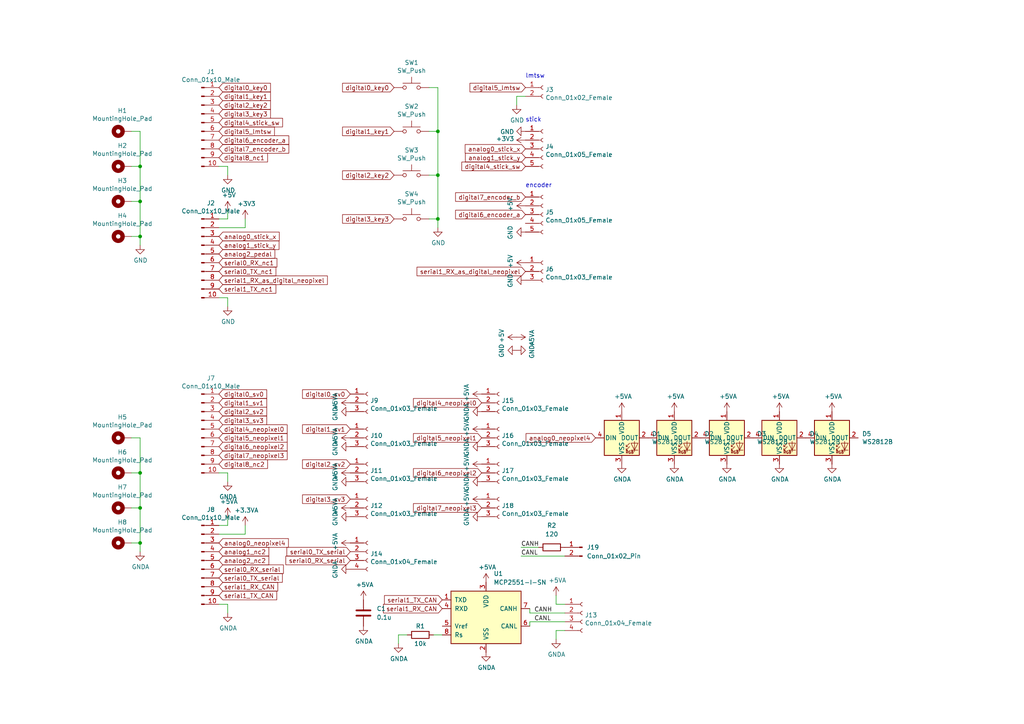
<source format=kicad_sch>
(kicad_sch (version 20230121) (generator eeschema)
  (paper "A4")
  (lib_symbols
    (symbol "Connector:Conn_01x02_Pin" (pin_names (offset 1.016) hide)
      (property "Reference" "J" (at 0 2.54 0))
      (property "Value" "Conn_01x02_Pin" (at 0 -5.08 0))
      (symbol "Conn_01x02_Pin_1_1"
        (polyline (pts (xy 1.27 -2.54) (xy 0.8636 -2.54)) (stroke (width 0.1524)))
        (polyline (pts (xy 1.27 0) (xy 0.8636 0)) (stroke (width 0.1524)))
        (rectangle (start 0.8636 -2.413) (end 0 -2.667) (stroke (width 0.1524)) (fill (type outline)))
        (rectangle (start 0.8636 0.127) (end 0 -0.127) (stroke (width 0.1524)) (fill (type outline)))
        (pin passive line (at 5.08 0 180) (length 3.81) (name "Pin_1") (number "1"))
        (pin passive line (at 5.08 -2.54 180) (length 3.81) (name "Pin_2") (number "2"))
      )
    )
    (symbol "Device:C" (pin_numbers hide) (pin_names (offset 0.254))
      (property "Reference" "C" (at 0.635 2.54 0))
      (property "Value" "C" (at 0.635 -2.54 0))
      (symbol "C_0_1"
        (polyline (pts (xy -2.032 -0.762) (xy 2.032 -0.762)) (stroke (width 0.508)))
        (polyline (pts (xy -2.032 0.762) (xy 2.032 0.762)) (stroke (width 0.508)))
      )
      (symbol "C_1_1"
        (pin passive line (at 0 3.81 270) (length 2.794) (name "~") (number "1"))
        (pin passive line (at 0 -3.81 90) (length 2.794) (name "~") (number "2"))
      )
    )
    (symbol "Device:R" (pin_numbers hide) (pin_names (offset 0))
      (property "Reference" "R" (at 2.032 0 90))
      (property "Value" "R" (at 0 0 90))
      (symbol "R_0_1"
        (rectangle (start -1.016 -2.54) (end 1.016 2.54) (stroke (width 0.254)))
      )
      (symbol "R_1_1"
        (pin passive line (at 0 3.81 270) (length 1.27) (name "~") (number "1"))
        (pin passive line (at 0 -3.81 90) (length 1.27) (name "~") (number "2"))
      )
    )
    (symbol "Interface_CAN_LIN:MCP2551-I-SN" (pin_names (offset 1.016))
      (property "Reference" "U" (at -10.16 8.89 0))
      (property "Value" "MCP2551-I-SN" (at 2.54 8.89 0))
      (symbol "MCP2551-I-SN_0_1"
        (rectangle (start -10.16 7.62) (end 10.16 -7.62) (stroke (width 0.254)) (fill (type background)))
      )
      (symbol "MCP2551-I-SN_1_1"
        (pin input line (at -12.7 5.08 0) (length 2.54) (name "TXD") (number "1"))
        (pin power_in line (at 0 -10.16 90) (length 2.54) (name "VSS") (number "2"))
        (pin power_in line (at 0 10.16 270) (length 2.54) (name "VDD") (number "3"))
        (pin output line (at -12.7 2.54 0) (length 2.54) (name "RXD") (number "4"))
        (pin power_out line (at -12.7 -2.54 0) (length 2.54) (name "Vref") (number "5"))
        (pin bidirectional line (at 12.7 -2.54 180) (length 2.54) (name "CANL") (number "6"))
        (pin bidirectional line (at 12.7 2.54 180) (length 2.54) (name "CANH") (number "7"))
        (pin input line (at -12.7 -5.08 0) (length 2.54) (name "Rs") (number "8"))
      )
    )
    (symbol "LED:WS2812B" (pin_names (offset 0.254))
      (property "Reference" "D" (at 5.08 5.715 0))
      (property "Value" "WS2812B" (at 1.27 -5.715 0))
      (symbol "WS2812B_0_0"
        (text "RGB" (at 2.286 -4.191 0) (effects (font (size 0.762 0.762))))
      )
      (symbol "WS2812B_0_1"
        (polyline (pts (xy 1.27 -3.556) (xy 1.778 -3.556)))
        (polyline (pts (xy 1.27 -2.54) (xy 1.778 -2.54)))
        (polyline (pts (xy 4.699 -3.556) (xy 2.667 -3.556)))
        (polyline (pts (xy 2.286 -2.54) (xy 1.27 -3.556) (xy 1.27 -3.048)))
        (polyline (pts (xy 2.286 -1.524) (xy 1.27 -2.54) (xy 1.27 -2.032)))
        (polyline (pts (xy 3.683 -1.016) (xy 3.683 -3.556) (xy 3.683 -4.064)))
        (polyline (pts (xy 4.699 -1.524) (xy 2.667 -1.524) (xy 3.683 -3.556) (xy 4.699 -1.524)))
        (rectangle (start 5.08 5.08) (end -5.08 -5.08) (stroke (width 0.254)) (fill (type background)))
      )
      (symbol "WS2812B_1_1"
        (pin power_in line (at 0 7.62 270) (length 2.54) (name "VDD") (number "1"))
        (pin output line (at 7.62 0 180) (length 2.54) (name "DOUT") (number "2"))
        (pin power_in line (at 0 -7.62 90) (length 2.54) (name "VSS") (number "3"))
        (pin input line (at -7.62 0 0) (length 2.54) (name "DIN") (number "4"))
      )
    )
    (symbol "Mechanical:MountingHole_Pad" (pin_numbers hide) (pin_names (offset 1.016) hide)
      (property "Reference" "H" (at 0 6.35 0))
      (property "Value" "MountingHole_Pad" (at 0 4.445 0))
      (symbol "MountingHole_Pad_0_1"
        (circle (center 0 1.27) (radius 1.27) (stroke (width 1.27)))
      )
      (symbol "MountingHole_Pad_1_1"
        (pin input line (at 0 -2.54 90) (length 2.54) (name "1") (number "1"))
      )
    )
    (symbol "Switch:SW_Push" (pin_numbers hide) (pin_names (offset 1.016) hide)
      (property "Reference" "SW" (at 1.27 2.54 0))
      (property "Value" "SW_Push" (at 0 -1.524 0))
      (symbol "SW_Push_0_1"
        (circle (center -2.032 0) (radius 0.508))
        (polyline (pts (xy 0 1.27) (xy 0 3.048)))
        (polyline (pts (xy 2.54 1.27) (xy -2.54 1.27)))
        (circle (center 2.032 0) (radius 0.508))
        (pin passive line (at -5.08 0 0) (length 2.54) (name "1") (number "1"))
        (pin passive line (at 5.08 0 180) (length 2.54) (name "2") (number "2"))
      )
    )
    (symbol "control_interface_boad_2021-2-rescue:+3.3V-power" (power) (pin_names (offset 0))
      (property "Value" "+3.3V-power" (at 0 3.556 0))
      (symbol "+3.3V-power_0_1"
        (polyline (pts (xy -0.762 1.27) (xy 0 2.54)))
        (polyline (pts (xy 0 0) (xy 0 2.54)))
        (polyline (pts (xy 0 2.54) (xy 0.762 1.27)))
      )
      (symbol "+3.3V-power_1_1"
        (pin power_in line (at 0 0 90) (length 0) hide (name "+3V3") (number "1"))
      )
    )
    (symbol "control_interface_boad_2021-2-rescue:Conn_01x02_Female-Connector" (pin_names (offset 1.016) hide)
      (property "Reference" "J" (at 0 2.54 0))
      (property "Value" "Connector_Conn_01x02_Female" (at 0 -5.08 0))
      (symbol "Conn_01x02_Female-Connector_1_1"
        (arc (start 0 -2.032) (mid -0.5058 -2.54) (end 0 -3.048) (stroke (width 0.1524)))
        (polyline (pts (xy -1.27 -2.54) (xy -0.508 -2.54)) (stroke (width 0.1524)))
        (polyline (pts (xy -1.27 0) (xy -0.508 0)) (stroke (width 0.1524)))
        (arc (start 0 0.508) (mid -0.5058 0) (end 0 -0.508) (stroke (width 0.1524)))
        (pin passive line (at -5.08 0 0) (length 3.81) (name "Pin_1") (number "1"))
        (pin passive line (at -5.08 -2.54 0) (length 3.81) (name "Pin_2") (number "2"))
      )
    )
    (symbol "control_interface_boad_2021-2-rescue:Conn_01x03_Female-Connector" (pin_names (offset 1.016) hide)
      (property "Reference" "J" (at 0 5.08 0))
      (property "Value" "Connector_Conn_01x03_Female" (at 0 -5.08 0))
      (symbol "Conn_01x03_Female-Connector_1_1"
        (arc (start 0 -2.032) (mid -0.5058 -2.54) (end 0 -3.048) (stroke (width 0.1524)))
        (polyline (pts (xy -1.27 -2.54) (xy -0.508 -2.54)) (stroke (width 0.1524)))
        (polyline (pts (xy -1.27 0) (xy -0.508 0)) (stroke (width 0.1524)))
        (polyline (pts (xy -1.27 2.54) (xy -0.508 2.54)) (stroke (width 0.1524)))
        (arc (start 0 0.508) (mid -0.5058 0) (end 0 -0.508) (stroke (width 0.1524)))
        (arc (start 0 3.048) (mid -0.5058 2.54) (end 0 2.032) (stroke (width 0.1524)))
        (pin passive line (at -5.08 2.54 0) (length 3.81) (name "Pin_1") (number "1"))
        (pin passive line (at -5.08 0 0) (length 3.81) (name "Pin_2") (number "2"))
        (pin passive line (at -5.08 -2.54 0) (length 3.81) (name "Pin_3") (number "3"))
      )
    )
    (symbol "control_interface_boad_2021-2-rescue:Conn_01x04_Female-Connector" (pin_names (offset 1.016) hide)
      (property "Reference" "J" (at 0 5.08 0))
      (property "Value" "Connector_Conn_01x04_Female" (at 0 -7.62 0))
      (symbol "Conn_01x04_Female-Connector_1_1"
        (arc (start 0 -4.572) (mid -0.5058 -5.08) (end 0 -5.588) (stroke (width 0.1524)))
        (arc (start 0 -2.032) (mid -0.5058 -2.54) (end 0 -3.048) (stroke (width 0.1524)))
        (polyline (pts (xy -1.27 -5.08) (xy -0.508 -5.08)) (stroke (width 0.1524)))
        (polyline (pts (xy -1.27 -2.54) (xy -0.508 -2.54)) (stroke (width 0.1524)))
        (polyline (pts (xy -1.27 0) (xy -0.508 0)) (stroke (width 0.1524)))
        (polyline (pts (xy -1.27 2.54) (xy -0.508 2.54)) (stroke (width 0.1524)))
        (arc (start 0 0.508) (mid -0.5058 0) (end 0 -0.508) (stroke (width 0.1524)))
        (arc (start 0 3.048) (mid -0.5058 2.54) (end 0 2.032) (stroke (width 0.1524)))
        (pin passive line (at -5.08 2.54 0) (length 3.81) (name "Pin_1") (number "1"))
        (pin passive line (at -5.08 0 0) (length 3.81) (name "Pin_2") (number "2"))
        (pin passive line (at -5.08 -2.54 0) (length 3.81) (name "Pin_3") (number "3"))
        (pin passive line (at -5.08 -5.08 0) (length 3.81) (name "Pin_4") (number "4"))
      )
    )
    (symbol "control_interface_boad_2021-2-rescue:Conn_01x05_Female-Connector" (pin_names (offset 1.016) hide)
      (property "Reference" "J" (at 0 7.62 0))
      (property "Value" "Connector_Conn_01x05_Female" (at 0 -7.62 0))
      (symbol "Conn_01x05_Female-Connector_1_1"
        (arc (start 0 -4.572) (mid -0.5058 -5.08) (end 0 -5.588) (stroke (width 0.1524)))
        (arc (start 0 -2.032) (mid -0.5058 -2.54) (end 0 -3.048) (stroke (width 0.1524)))
        (polyline (pts (xy -1.27 -5.08) (xy -0.508 -5.08)) (stroke (width 0.1524)))
        (polyline (pts (xy -1.27 -2.54) (xy -0.508 -2.54)) (stroke (width 0.1524)))
        (polyline (pts (xy -1.27 0) (xy -0.508 0)) (stroke (width 0.1524)))
        (polyline (pts (xy -1.27 2.54) (xy -0.508 2.54)) (stroke (width 0.1524)))
        (polyline (pts (xy -1.27 5.08) (xy -0.508 5.08)) (stroke (width 0.1524)))
        (arc (start 0 0.508) (mid -0.5058 0) (end 0 -0.508) (stroke (width 0.1524)))
        (arc (start 0 3.048) (mid -0.5058 2.54) (end 0 2.032) (stroke (width 0.1524)))
        (arc (start 0 5.588) (mid -0.5058 5.08) (end 0 4.572) (stroke (width 0.1524)))
        (pin passive line (at -5.08 5.08 0) (length 3.81) (name "Pin_1") (number "1"))
        (pin passive line (at -5.08 2.54 0) (length 3.81) (name "Pin_2") (number "2"))
        (pin passive line (at -5.08 0 0) (length 3.81) (name "Pin_3") (number "3"))
        (pin passive line (at -5.08 -2.54 0) (length 3.81) (name "Pin_4") (number "4"))
        (pin passive line (at -5.08 -5.08 0) (length 3.81) (name "Pin_5") (number "5"))
      )
    )
    (symbol "control_interface_boad_2021-2-rescue:Conn_01x10_Male-Connector" (pin_names (offset 1.016) hide)
      (property "Reference" "J" (at 0 12.7 0))
      (property "Value" "Connector_Conn_01x10_Male" (at 0 -15.24 0))
      (symbol "Conn_01x10_Male-Connector_1_1"
        (polyline (pts (xy 1.27 -12.7) (xy 0.8636 -12.7)) (stroke (width 0.1524)))
        (polyline (pts (xy 1.27 -10.16) (xy 0.8636 -10.16)) (stroke (width 0.1524)))
        (polyline (pts (xy 1.27 -7.62) (xy 0.8636 -7.62)) (stroke (width 0.1524)))
        (polyline (pts (xy 1.27 -5.08) (xy 0.8636 -5.08)) (stroke (width 0.1524)))
        (polyline (pts (xy 1.27 -2.54) (xy 0.8636 -2.54)) (stroke (width 0.1524)))
        (polyline (pts (xy 1.27 0) (xy 0.8636 0)) (stroke (width 0.1524)))
        (polyline (pts (xy 1.27 2.54) (xy 0.8636 2.54)) (stroke (width 0.1524)))
        (polyline (pts (xy 1.27 5.08) (xy 0.8636 5.08)) (stroke (width 0.1524)))
        (polyline (pts (xy 1.27 7.62) (xy 0.8636 7.62)) (stroke (width 0.1524)))
        (polyline (pts (xy 1.27 10.16) (xy 0.8636 10.16)) (stroke (width 0.1524)))
        (rectangle (start 0.8636 -12.573) (end 0 -12.827) (stroke (width 0.1524)) (fill (type outline)))
        (rectangle (start 0.8636 -10.033) (end 0 -10.287) (stroke (width 0.1524)) (fill (type outline)))
        (rectangle (start 0.8636 -7.493) (end 0 -7.747) (stroke (width 0.1524)) (fill (type outline)))
        (rectangle (start 0.8636 -4.953) (end 0 -5.207) (stroke (width 0.1524)) (fill (type outline)))
        (rectangle (start 0.8636 -2.413) (end 0 -2.667) (stroke (width 0.1524)) (fill (type outline)))
        (rectangle (start 0.8636 0.127) (end 0 -0.127) (stroke (width 0.1524)) (fill (type outline)))
        (rectangle (start 0.8636 2.667) (end 0 2.413) (stroke (width 0.1524)) (fill (type outline)))
        (rectangle (start 0.8636 5.207) (end 0 4.953) (stroke (width 0.1524)) (fill (type outline)))
        (rectangle (start 0.8636 7.747) (end 0 7.493) (stroke (width 0.1524)) (fill (type outline)))
        (rectangle (start 0.8636 10.287) (end 0 10.033) (stroke (width 0.1524)) (fill (type outline)))
        (pin passive line (at 5.08 10.16 180) (length 3.81) (name "Pin_1") (number "1"))
        (pin passive line (at 5.08 -12.7 180) (length 3.81) (name "Pin_10") (number "10"))
        (pin passive line (at 5.08 7.62 180) (length 3.81) (name "Pin_2") (number "2"))
        (pin passive line (at 5.08 5.08 180) (length 3.81) (name "Pin_3") (number "3"))
        (pin passive line (at 5.08 2.54 180) (length 3.81) (name "Pin_4") (number "4"))
        (pin passive line (at 5.08 0 180) (length 3.81) (name "Pin_5") (number "5"))
        (pin passive line (at 5.08 -2.54 180) (length 3.81) (name "Pin_6") (number "6"))
        (pin passive line (at 5.08 -5.08 180) (length 3.81) (name "Pin_7") (number "7"))
        (pin passive line (at 5.08 -7.62 180) (length 3.81) (name "Pin_8") (number "8"))
        (pin passive line (at 5.08 -10.16 180) (length 3.81) (name "Pin_9") (number "9"))
      )
    )
    (symbol "power:+3.3VA" (power) (pin_names (offset 0))
      (property "Value" "+3.3VA" (at 0 3.556 0))
      (symbol "+3.3VA_0_1"
        (polyline (pts (xy -0.762 1.27) (xy 0 2.54)))
        (polyline (pts (xy 0 0) (xy 0 2.54)))
        (polyline (pts (xy 0 2.54) (xy 0.762 1.27)))
      )
      (symbol "+3.3VA_1_1"
        (pin power_in line (at 0 0 90) (length 0) hide (name "+3.3VA") (number "1"))
      )
    )
    (symbol "power:+5V" (power) (pin_names (offset 0))
      (property "Value" "+5V" (at 0 3.556 0))
      (symbol "+5V_0_1"
        (polyline (pts (xy -0.762 1.27) (xy 0 2.54)))
        (polyline (pts (xy 0 0) (xy 0 2.54)))
        (polyline (pts (xy 0 2.54) (xy 0.762 1.27)))
      )
      (symbol "+5V_1_1"
        (pin power_in line (at 0 0 90) (length 0) hide (name "+5V") (number "1"))
      )
    )
    (symbol "power:+5VA" (power) (pin_names (offset 0))
      (property "Value" "+5VA" (at 0 3.556 0))
      (symbol "+5VA_0_1"
        (polyline (pts (xy -0.762 1.27) (xy 0 2.54)))
        (polyline (pts (xy 0 0) (xy 0 2.54)))
        (polyline (pts (xy 0 2.54) (xy 0.762 1.27)))
      )
      (symbol "+5VA_1_1"
        (pin power_in line (at 0 0 90) (length 0) hide (name "+5VA") (number "1"))
      )
    )
    (symbol "power:GND" (power) (pin_names (offset 0))
      (property "Value" "GND" (at 0 -3.81 0))
      (symbol "GND_0_1"
        (polyline (pts (xy 0 0) (xy 0 -1.27) (xy 1.27 -1.27) (xy 0 -2.54) (xy -1.27 -1.27) (xy 0 -1.27)))
      )
      (symbol "GND_1_1"
        (pin power_in line (at 0 0 270) (length 0) hide (name "GND") (number "1"))
      )
    )
    (symbol "power:GNDA" (power) (pin_names (offset 0))
      (property "Value" "GNDA" (at 0 -3.81 0))
      (symbol "GNDA_0_1"
        (polyline (pts (xy 0 0) (xy 0 -1.27) (xy 1.27 -1.27) (xy 0 -2.54) (xy -1.27 -1.27) (xy 0 -1.27)))
      )
      (symbol "GNDA_1_1"
        (pin power_in line (at 0 0 270) (length 0) hide (name "GNDA") (number "1"))
      )
    )
  )
  (junction (at 40.64 48.26))
  (junction (at 127 63.5))
  (junction (at 40.64 147.32))
  (junction (at 40.64 157.48))
  (junction (at 40.64 68.58))
  (junction (at 40.64 58.42))
  (junction (at 40.64 137.16))
  (junction (at 127 50.8))
  (junction (at 127 38.1))
  (wire (pts (xy 127 63.5) (xy 127 66.04)))
  (wire (pts (xy 38.1 127) (xy 40.64 127)))
  (wire (pts (xy 40.64 68.58) (xy 38.1 68.58)))
  (wire (pts (xy 63.5 48.26) (xy 66.04 48.26)))
  (wire (pts (xy 124.46 25.4) (xy 127 25.4)))
  (wire (pts (xy 40.64 68.58) (xy 40.64 71.12)))
  (wire (pts (xy 127 38.1) (xy 127 50.8)))
  (wire (pts (xy 153.67 177.8) (xy 163.83 177.8)))
  (wire (pts (xy 63.5 66.04) (xy 71.12 66.04)))
  (wire (pts (xy 127 25.4) (xy 127 38.1)))
  (wire (pts (xy 40.64 38.1) (xy 40.64 48.26)))
  (wire (pts (xy 66.04 48.26) (xy 66.04 50.8)))
  (wire (pts (xy 40.64 137.16) (xy 38.1 137.16)))
  (wire (pts (xy 124.46 50.8) (xy 127 50.8)))
  (wire (pts (xy 151.13 161.29) (xy 163.83 161.29)))
  (wire (pts (xy 115.57 184.15) (xy 118.11 184.15)))
  (wire (pts (xy 125.73 184.15) (xy 128.27 184.15)))
  (wire (pts (xy 153.67 180.34) (xy 153.67 181.61)))
  (wire (pts (xy 40.64 127) (xy 40.64 137.16)))
  (wire (pts (xy 124.46 38.1) (xy 127 38.1)))
  (wire (pts (xy 71.12 154.94) (xy 71.12 152.4)))
  (wire (pts (xy 40.64 157.48) (xy 38.1 157.48)))
  (wire (pts (xy 38.1 147.32) (xy 40.64 147.32)))
  (wire (pts (xy 63.5 154.94) (xy 71.12 154.94)))
  (wire (pts (xy 152.4 27.94) (xy 149.86 27.94)))
  (wire (pts (xy 66.04 86.36) (xy 66.04 88.9)))
  (wire (pts (xy 40.64 147.32) (xy 40.64 157.48)))
  (wire (pts (xy 40.64 48.26) (xy 38.1 48.26)))
  (wire (pts (xy 40.64 58.42) (xy 40.64 68.58)))
  (wire (pts (xy 161.29 172.72) (xy 161.29 175.26)))
  (wire (pts (xy 63.5 63.5) (xy 66.04 63.5)))
  (wire (pts (xy 38.1 38.1) (xy 40.64 38.1)))
  (wire (pts (xy 163.83 180.34) (xy 153.67 180.34)))
  (wire (pts (xy 153.67 176.53) (xy 153.67 177.8)))
  (wire (pts (xy 151.13 158.75) (xy 156.21 158.75)))
  (wire (pts (xy 66.04 137.16) (xy 66.04 139.7)))
  (wire (pts (xy 40.64 157.48) (xy 40.64 160.02)))
  (wire (pts (xy 161.29 185.42) (xy 161.29 182.88)))
  (wire (pts (xy 66.04 63.5) (xy 66.04 60.96)))
  (wire (pts (xy 71.12 66.04) (xy 71.12 63.5)))
  (wire (pts (xy 40.64 137.16) (xy 40.64 147.32)))
  (wire (pts (xy 63.5 175.26) (xy 66.04 175.26)))
  (wire (pts (xy 38.1 58.42) (xy 40.64 58.42)))
  (wire (pts (xy 40.64 48.26) (xy 40.64 58.42)))
  (wire (pts (xy 63.5 152.4) (xy 66.04 152.4)))
  (wire (pts (xy 66.04 175.26) (xy 66.04 177.8)))
  (wire (pts (xy 149.86 27.94) (xy 149.86 30.48)))
  (wire (pts (xy 63.5 86.36) (xy 66.04 86.36)))
  (wire (pts (xy 127 50.8) (xy 127 63.5)))
  (wire (pts (xy 161.29 175.26) (xy 163.83 175.26)))
  (wire (pts (xy 63.5 137.16) (xy 66.04 137.16)))
  (wire (pts (xy 115.57 186.69) (xy 115.57 184.15)))
  (wire (pts (xy 161.29 182.88) (xy 163.83 182.88)))
  (wire (pts (xy 66.04 152.4) (xy 66.04 149.86)))
  (wire (pts (xy 124.46 63.5) (xy 127 63.5)))
  (text "stick" (at 152.4 35.56 0) (effects (font (size 1.27 1.27)) (justify left bottom)))
  (text "lmtsw" (at 152.4 22.86 0) (effects (font (size 1.27 1.27)) (justify left bottom)))
  (text "encoder" (at 152.4 54.61 0) (effects (font (size 1.27 1.27)) (justify left bottom)))
  (label "CANL" (at 154.94 180.34 0))
  (label "CANH" (at 154.94 177.8 0))
  (label "CANL" (at 151.13 161.29 0))
  (label "CANH" (at 151.13 158.75 0))
  (global_label "digital0_sv0" (shape input) (at 63.5 114.3 0) (property "Intersheetrefs" "${INTERSHEET_REFS}" (effects hide)))
  (global_label "serial1_TX_nc1" (shape input) (at 63.5 83.82 0) (property "Intersheetrefs" "${INTERSHEET_REFS}" (effects hide)))
  (global_label "serial1_RX_CAN" (shape input) (at 63.5 170.18 0) (property "Intersheetrefs" "${INTERSHEET_REFS}" (effects hide)))
  (global_label "digital2_sv2" (shape input) (at 101.6 134.62 180) (property "Intersheetrefs" "${INTERSHEET_REFS}" (effects hide)))
  (global_label "digital5_lmtsw" (shape input) (at 63.5 38.1 0) (property "Intersheetrefs" "${INTERSHEET_REFS}" (effects hide)))
  (global_label "digital4_neopixel0" (shape input) (at 139.7 116.84 180) (property "Intersheetrefs" "${INTERSHEET_REFS}" (effects hide)))
  (global_label "serial1_TX_CAN" (shape input) (at 63.5 172.72 0) (property "Intersheetrefs" "${INTERSHEET_REFS}" (effects hide)))
  (global_label "digital5_neopixel1" (shape input) (at 63.5 127 0) (property "Intersheetrefs" "${INTERSHEET_REFS}" (effects hide)))
  (global_label "analog2_pedal" (shape input) (at 63.5 73.66 0) (property "Intersheetrefs" "${INTERSHEET_REFS}" (effects hide)))
  (global_label "digital5_lmtsw" (shape input) (at 152.4 25.4 180) (property "Intersheetrefs" "${INTERSHEET_REFS}" (effects hide)))
  (global_label "digital3_key3" (shape input) (at 114.3 63.5 180) (property "Intersheetrefs" "${INTERSHEET_REFS}" (effects hide)))
  (global_label "digital1_sv1" (shape input) (at 63.5 116.84 0) (property "Intersheetrefs" "${INTERSHEET_REFS}" (effects hide)))
  (global_label "digital1_key1" (shape input) (at 114.3 38.1 180) (property "Intersheetrefs" "${INTERSHEET_REFS}" (effects hide)))
  (global_label "serial0_TX_serial" (shape input) (at 63.5 167.64 0) (property "Intersheetrefs" "${INTERSHEET_REFS}" (effects hide)))
  (global_label "digital2_key2" (shape input) (at 63.5 30.48 0) (property "Intersheetrefs" "${INTERSHEET_REFS}" (effects hide)))
  (global_label "serial0_RX_nc1" (shape input) (at 63.5 76.2 0) (property "Intersheetrefs" "${INTERSHEET_REFS}" (effects hide)))
  (global_label "analog1_nc2" (shape input) (at 63.5 160.02 0) (property "Intersheetrefs" "${INTERSHEET_REFS}" (effects hide)))
  (global_label "digital7_neopixel3" (shape input) (at 63.5 132.08 0) (property "Intersheetrefs" "${INTERSHEET_REFS}" (effects hide)))
  (global_label "digital3_key3" (shape input) (at 63.5 33.02 0) (property "Intersheetrefs" "${INTERSHEET_REFS}" (effects hide)))
  (global_label "analog0_stick_x" (shape input) (at 152.4 43.18 180) (property "Intersheetrefs" "${INTERSHEET_REFS}" (effects hide)))
  (global_label "digital3_sv3" (shape input) (at 63.5 121.92 0) (property "Intersheetrefs" "${INTERSHEET_REFS}" (effects hide)))
  (global_label "serial0_TX_nc1" (shape input) (at 63.5 78.74 0) (property "Intersheetrefs" "${INTERSHEET_REFS}" (effects hide)))
  (global_label "analog1_stick_y" (shape input) (at 152.4 45.72 180) (property "Intersheetrefs" "${INTERSHEET_REFS}" (effects hide)))
  (global_label "serial0_RX_serial" (shape input) (at 63.5 165.1 0) (property "Intersheetrefs" "${INTERSHEET_REFS}" (effects hide)))
  (global_label "digital6_encoder_a" (shape input) (at 152.4 62.23 180) (property "Intersheetrefs" "${INTERSHEET_REFS}" (effects hide)))
  (global_label "digital0_key0" (shape input) (at 114.3 25.4 180) (property "Intersheetrefs" "${INTERSHEET_REFS}" (effects hide)))
  (global_label "digital7_neopixel3" (shape input) (at 139.7 147.32 180) (property "Intersheetrefs" "${INTERSHEET_REFS}" (effects hide)))
  (global_label "digital2_sv2" (shape input) (at 63.5 119.38 0) (property "Intersheetrefs" "${INTERSHEET_REFS}" (effects hide)))
  (global_label "analog2_nc2" (shape input) (at 63.5 162.56 0) (property "Intersheetrefs" "${INTERSHEET_REFS}" (effects hide)))
  (global_label "serial1_RX_as_digital_neopixel" (shape input) (at 63.5 81.28 0) (property "Intersheetrefs" "${INTERSHEET_REFS}" (effects hide)))
  (global_label "digital2_key2" (shape input) (at 114.3 50.8 180) (property "Intersheetrefs" "${INTERSHEET_REFS}" (effects hide)))
  (global_label "serial1_RX_as_digital_neopixel" (shape input) (at 152.4 78.74 180) (property "Intersheetrefs" "${INTERSHEET_REFS}" (effects hide)))
  (global_label "serial0_RX_serial" (shape input) (at 101.6 162.56 180) (property "Intersheetrefs" "${INTERSHEET_REFS}" (effects hide)))
  (global_label "analog1_stick_y" (shape input) (at 63.5 71.12 0) (property "Intersheetrefs" "${INTERSHEET_REFS}" (effects hide)))
  (global_label "digital6_encoder_a" (shape input) (at 63.5 40.64 0) (property "Intersheetrefs" "${INTERSHEET_REFS}" (effects hide)))
  (global_label "digital1_key1" (shape input) (at 63.5 27.94 0) (property "Intersheetrefs" "${INTERSHEET_REFS}" (effects hide)))
  (global_label "serial1_RX_CAN" (shape input) (at 128.27 176.53 180) (property "Intersheetrefs" "${INTERSHEET_REFS}" (effects hide)))
  (global_label "digital5_neopixel1" (shape input) (at 139.7 127 180) (property "Intersheetrefs" "${INTERSHEET_REFS}" (effects hide)))
  (global_label "digital6_neopixel2" (shape input) (at 139.7 137.16 180) (property "Intersheetrefs" "${INTERSHEET_REFS}" (effects hide)))
  (global_label "digital4_neopixel0" (shape input) (at 63.5 124.46 0) (property "Intersheetrefs" "${INTERSHEET_REFS}" (effects hide)))
  (global_label "analog0_neopixel4" (shape input) (at 172.72 127 180) (property "Intersheetrefs" "${INTERSHEET_REFS}" (effects hide)))
  (global_label "serial1_TX_CAN" (shape input) (at 128.27 173.99 180) (property "Intersheetrefs" "${INTERSHEET_REFS}" (effects hide)))
  (global_label "digital1_sv1" (shape input) (at 101.6 124.46 180) (property "Intersheetrefs" "${INTERSHEET_REFS}" (effects hide)))
  (global_label "digital3_sv3" (shape input) (at 101.6 144.78 180) (property "Intersheetrefs" "${INTERSHEET_REFS}" (effects hide)))
  (global_label "digital4_stick_sw" (shape input) (at 152.4 48.26 180) (property "Intersheetrefs" "${INTERSHEET_REFS}" (effects hide)))
  (global_label "digital0_sv0" (shape input) (at 101.6 114.3 180) (property "Intersheetrefs" "${INTERSHEET_REFS}" (effects hide)))
  (global_label "serial0_TX_serial" (shape input) (at 101.6 160.02 180) (property "Intersheetrefs" "${INTERSHEET_REFS}" (effects hide)))
  (global_label "digital8_nc1" (shape input) (at 63.5 45.72 0) (property "Intersheetrefs" "${INTERSHEET_REFS}" (effects hide)))
  (global_label "digital7_encoder_b" (shape input) (at 152.4 57.15 180) (property "Intersheetrefs" "${INTERSHEET_REFS}" (effects hide)))
  (global_label "digital0_key0" (shape input) (at 63.5 25.4 0) (property "Intersheetrefs" "${INTERSHEET_REFS}" (effects hide)))
  (global_label "analog0_neopixel4" (shape input) (at 63.5 157.48 0) (property "Intersheetrefs" "${INTERSHEET_REFS}" (effects hide)))
  (global_label "digital8_nc2" (shape input) (at 63.5 134.62 0) (property "Intersheetrefs" "${INTERSHEET_REFS}" (effects hide)))
  (global_label "digital7_encoder_b" (shape input) (at 63.5 43.18 0) (property "Intersheetrefs" "${INTERSHEET_REFS}" (effects hide)))
  (global_label "digital6_neopixel2" (shape input) (at 63.5 129.54 0) (property "Intersheetrefs" "${INTERSHEET_REFS}" (effects hide)))
  (global_label "digital4_stick_sw" (shape input) (at 63.5 35.56 0) (property "Intersheetrefs" "${INTERSHEET_REFS}" (effects hide)))
  (global_label "analog0_stick_x" (shape input) (at 63.5 68.58 0) (property "Intersheetrefs" "${INTERSHEET_REFS}" (effects hide)))
  (symbol (lib_id "control_interface_boad_2021-2-rescue:Conn_01x10_Male-Connector") (at 58.42 35.56 0) (unit 1)
    (property "Reference" "J1" (at 61.1632 20.8026 0))
    (property "Value" "Conn_01x10_Male" (at 61.1632 23.114 0))
    (property "Footprint" "Connector_PinHeader_2.54mm:PinHeader_1x10_P2.54mm_Vertical" (effects hide))
  )
  (symbol (lib_id "control_interface_boad_2021-2-rescue:Conn_01x10_Male-Connector") (at 58.42 73.66 0) (unit 1)
    (property "Reference" "J2" (at 61.1632 58.9026 0))
    (property "Value" "Conn_01x10_Male" (at 61.1632 61.214 0))
    (property "Footprint" "Connector_PinHeader_2.54mm:PinHeader_1x10_P2.54mm_Vertical" (effects hide))
  )
  (symbol (lib_id "power:GND") (at 66.04 50.8 0) (unit 1)
    (property "Reference" "#PWR0101" (effects hide))
    (property "Value" "GND" (at 66.167 55.1942 0))
  )
  (symbol (lib_id "power:+5V") (at 66.04 60.96 0) (unit 1)
    (property "Reference" "#PWR0102" (effects hide))
    (property "Value" "+5V" (at 66.421 56.5658 0))
  )
  (symbol (lib_id "control_interface_boad_2021-2-rescue:+3.3V-power") (at 71.12 63.5 0) (unit 1)
    (property "Reference" "#PWR0103" (effects hide))
    (property "Value" "+3.3V" (at 71.501 59.1058 0))
  )
  (symbol (lib_id "power:GND") (at 66.04 88.9 0) (unit 1)
    (property "Reference" "#PWR0104" (effects hide))
    (property "Value" "GND" (at 66.167 93.2942 0))
  )
  (symbol (lib_id "Switch:SW_Push") (at 119.38 25.4 0) (unit 1)
    (property "Reference" "SW1" (at 119.38 18.161 0))
    (property "Value" "SW_Push" (at 119.38 20.4724 0))
    (property "Footprint" "Button_Switch_Keyboard:SW_Cherry_MX_1.25u_PCB" (effects hide))
  )
  (symbol (lib_id "Switch:SW_Push") (at 119.38 38.1 0) (unit 1)
    (property "Reference" "SW2" (at 119.38 30.861 0))
    (property "Value" "SW_Push" (at 119.38 33.1724 0))
    (property "Footprint" "Button_Switch_Keyboard:SW_Cherry_MX_1.25u_PCB" (effects hide))
  )
  (symbol (lib_id "Switch:SW_Push") (at 119.38 50.8 0) (unit 1)
    (property "Reference" "SW3" (at 119.38 43.561 0))
    (property "Value" "SW_Push" (at 119.38 45.8724 0))
    (property "Footprint" "Button_Switch_Keyboard:SW_Cherry_MX_1.25u_PCB" (effects hide))
  )
  (symbol (lib_id "Switch:SW_Push") (at 119.38 63.5 0) (unit 1)
    (property "Reference" "SW4" (at 119.38 56.261 0))
    (property "Value" "SW_Push" (at 119.38 58.5724 0))
    (property "Footprint" "Button_Switch_Keyboard:SW_Cherry_MX_1.25u_PCB" (effects hide))
  )
  (symbol (lib_id "power:GND") (at 127 66.04 0) (unit 1)
    (property "Reference" "#PWR0105" (effects hide))
    (property "Value" "GND" (at 127.127 70.4342 0))
  )
  (symbol (lib_id "control_interface_boad_2021-2-rescue:Conn_01x02_Female-Connector") (at 157.48 25.4 0) (unit 1)
    (property "Reference" "J3" (at 158.1912 26.0096 0) (effects (justify left)))
    (property "Value" "Conn_01x02_Female" (at 158.1912 28.321 0) (effects (justify left)))
    (property "Footprint" "Connector_JST:JST_XA_S02B-XASK-1_1x02_P2.50mm_Horizontal" (effects hide))
  )
  (symbol (lib_id "control_interface_boad_2021-2-rescue:Conn_01x05_Female-Connector") (at 157.48 43.18 0) (unit 1)
    (property "Reference" "J4" (at 158.1912 42.5196 0) (effects (justify left)))
    (property "Value" "Conn_01x05_Female" (at 158.1912 44.831 0) (effects (justify left)))
    (property "Footprint" "Connector_JST:JST_XA_S05B-XASK-1_1x05_P2.50mm_Horizontal" (effects hide))
  )
  (symbol (lib_id "control_interface_boad_2021-2-rescue:Conn_01x05_Female-Connector") (at 157.48 62.23 0) (unit 1)
    (property "Reference" "J5" (at 158.1912 61.5696 0) (effects (justify left)))
    (property "Value" "Conn_01x05_Female" (at 158.1912 63.881 0) (effects (justify left)))
    (property "Footprint" "Connector_JST:JST_XA_S05B-XASK-1_1x05_P2.50mm_Horizontal" (effects hide))
  )
  (symbol (lib_id "control_interface_boad_2021-2-rescue:Conn_01x03_Female-Connector") (at 157.48 78.74 0) (unit 1)
    (property "Reference" "J6" (at 158.1912 78.0796 0) (effects (justify left)))
    (property "Value" "Conn_01x03_Female" (at 158.1912 80.391 0) (effects (justify left)))
    (property "Footprint" "Connector_JST:JST_XA_S03B-XASK-1_1x03_P2.50mm_Horizontal" (effects hide))
  )
  (symbol (lib_id "power:GND") (at 149.86 30.48 0) (unit 1)
    (property "Reference" "#PWR0106" (effects hide))
    (property "Value" "GND" (at 149.987 34.8742 0))
  )
  (symbol (lib_id "power:GND") (at 152.4 38.1 270) (unit 1)
    (property "Reference" "#PWR0107" (effects hide))
    (property "Value" "GND" (at 149.1488 38.227 90) (effects (justify right)))
  )
  (symbol (lib_id "control_interface_boad_2021-2-rescue:+3.3V-power") (at 152.4 40.64 90) (unit 1)
    (property "Reference" "#PWR0108" (effects hide))
    (property "Value" "+3.3V" (at 149.1488 40.259 90) (effects (justify left)))
  )
  (symbol (lib_id "power:+5V") (at 152.4 59.69 90) (unit 1)
    (property "Reference" "#PWR0109" (effects hide))
    (property "Value" "+5V" (at 148.0058 59.309 0))
  )
  (symbol (lib_id "power:GND") (at 152.4 67.31 270) (unit 1)
    (property "Reference" "#PWR0110" (effects hide))
    (property "Value" "GND" (at 148.0058 67.437 0))
  )
  (symbol (lib_id "power:GND") (at 152.4 81.28 270) (unit 1)
    (property "Reference" "#PWR0111" (effects hide))
    (property "Value" "GND" (at 148.0058 81.407 0))
  )
  (symbol (lib_id "power:+5V") (at 152.4 76.2 90) (unit 1)
    (property "Reference" "#PWR0112" (effects hide))
    (property "Value" "+5V" (at 148.0058 75.819 0))
  )
  (symbol (lib_id "Mechanical:MountingHole_Pad") (at 35.56 38.1 90) (unit 1)
    (property "Reference" "H1" (at 35.4838 32.0802 90))
    (property "Value" "MountingHole_Pad" (at 35.4838 34.3916 90))
    (property "Footprint" "MountingHole:MountingHole_3.2mm_M3_Pad" (effects hide))
  )
  (symbol (lib_id "Mechanical:MountingHole_Pad") (at 35.56 48.26 90) (unit 1)
    (property "Reference" "H2" (at 35.4838 42.2402 90))
    (property "Value" "MountingHole_Pad" (at 35.4838 44.5516 90))
    (property "Footprint" "MountingHole:MountingHole_3.2mm_M3_Pad" (effects hide))
  )
  (symbol (lib_id "Mechanical:MountingHole_Pad") (at 35.56 58.42 90) (unit 1)
    (property "Reference" "H3" (at 35.4838 52.4002 90))
    (property "Value" "MountingHole_Pad" (at 35.4838 54.7116 90))
    (property "Footprint" "MountingHole:MountingHole_3.2mm_M3_Pad" (effects hide))
  )
  (symbol (lib_id "Mechanical:MountingHole_Pad") (at 35.56 68.58 90) (unit 1)
    (property "Reference" "H4" (at 35.4838 62.5602 90))
    (property "Value" "MountingHole_Pad" (at 35.4838 64.8716 90))
    (property "Footprint" "MountingHole:MountingHole_3.2mm_M3_Pad" (effects hide))
  )
  (symbol (lib_id "power:GND") (at 40.64 71.12 0) (unit 1)
    (property "Reference" "#PWR01" (effects hide))
    (property "Value" "GND" (at 40.767 75.5142 0))
  )
  (symbol (lib_id "control_interface_boad_2021-2-rescue:Conn_01x10_Male-Connector") (at 58.42 124.46 0) (unit 1)
    (property "Reference" "J7" (at 61.1632 109.7026 0))
    (property "Value" "Conn_01x10_Male" (at 61.1632 112.014 0))
    (property "Footprint" "Connector_PinHeader_2.54mm:PinHeader_1x10_P2.54mm_Vertical" (effects hide))
  )
  (symbol (lib_id "control_interface_boad_2021-2-rescue:Conn_01x10_Male-Connector") (at 58.42 162.56 0) (unit 1)
    (property "Reference" "J8" (at 61.1632 147.8026 0))
    (property "Value" "Conn_01x10_Male" (at 61.1632 150.114 0))
    (property "Footprint" "Connector_PinHeader_2.54mm:PinHeader_1x10_P2.54mm_Vertical" (effects hide))
  )
  (symbol (lib_id "Mechanical:MountingHole_Pad") (at 35.56 127 90) (unit 1)
    (property "Reference" "H5" (at 35.4838 120.9802 90))
    (property "Value" "MountingHole_Pad" (at 35.4838 123.2916 90))
    (property "Footprint" "MountingHole:MountingHole_3.2mm_M3_Pad" (effects hide))
  )
  (symbol (lib_id "Mechanical:MountingHole_Pad") (at 35.56 137.16 90) (unit 1)
    (property "Reference" "H6" (at 35.4838 131.1402 90))
    (property "Value" "MountingHole_Pad" (at 35.4838 133.4516 90))
    (property "Footprint" "MountingHole:MountingHole_3.2mm_M3_Pad" (effects hide))
  )
  (symbol (lib_id "Mechanical:MountingHole_Pad") (at 35.56 147.32 90) (unit 1)
    (property "Reference" "H7" (at 35.4838 141.3002 90))
    (property "Value" "MountingHole_Pad" (at 35.4838 143.6116 90))
    (property "Footprint" "MountingHole:MountingHole_3.2mm_M3_Pad" (effects hide))
  )
  (symbol (lib_id "Mechanical:MountingHole_Pad") (at 35.56 157.48 90) (unit 1)
    (property "Reference" "H8" (at 35.4838 151.4602 90))
    (property "Value" "MountingHole_Pad" (at 35.4838 153.7716 90))
    (property "Footprint" "MountingHole:MountingHole_3.2mm_M3_Pad" (effects hide))
  )
  (symbol (lib_id "power:+5VA") (at 66.04 149.86 0) (unit 1)
    (property "Reference" "#PWR04" (effects hide))
    (property "Value" "+5VA" (at 66.421 145.4658 0))
  )
  (symbol (lib_id "power:+3.3VA") (at 71.12 152.4 0) (unit 1)
    (property "Reference" "#PWR06" (effects hide))
    (property "Value" "+3.3VA" (at 71.501 148.0058 0))
  )
  (symbol (lib_id "power:GNDA") (at 40.64 160.02 0) (unit 1)
    (property "Reference" "#PWR02" (effects hide))
    (property "Value" "GNDA" (at 40.767 164.4142 0))
  )
  (symbol (lib_id "power:GNDA") (at 66.04 177.8 0) (unit 1)
    (property "Reference" "#PWR05" (effects hide))
    (property "Value" "GNDA" (at 66.167 182.1942 0))
  )
  (symbol (lib_id "power:GNDA") (at 66.04 139.7 0) (unit 1)
    (property "Reference" "#PWR03" (effects hide))
    (property "Value" "GNDA" (at 66.167 144.0942 0))
  )
  (symbol (lib_id "control_interface_boad_2021-2-rescue:Conn_01x03_Female-Connector") (at 106.68 116.84 0) (unit 1)
    (property "Reference" "J9" (at 107.3912 116.1796 0) (effects (justify left)))
    (property "Value" "Conn_01x03_Female" (at 107.3912 118.491 0) (effects (justify left)))
    (property "Footprint" "Connector_JST:JST_XA_S03B-XASK-1_1x03_P2.50mm_Horizontal" (effects hide))
  )
  (symbol (lib_id "control_interface_boad_2021-2-rescue:Conn_01x03_Female-Connector") (at 106.68 127 0) (unit 1)
    (property "Reference" "J10" (at 107.3912 126.3396 0) (effects (justify left)))
    (property "Value" "Conn_01x03_Female" (at 107.3912 128.651 0) (effects (justify left)))
    (property "Footprint" "Connector_JST:JST_XA_S03B-XASK-1_1x03_P2.50mm_Horizontal" (effects hide))
  )
  (symbol (lib_id "control_interface_boad_2021-2-rescue:Conn_01x03_Female-Connector") (at 106.68 137.16 0) (unit 1)
    (property "Reference" "J11" (at 107.3912 136.4996 0) (effects (justify left)))
    (property "Value" "Conn_01x03_Female" (at 107.3912 138.811 0) (effects (justify left)))
    (property "Footprint" "Connector_JST:JST_XA_S03B-XASK-1_1x03_P2.50mm_Horizontal" (effects hide))
  )
  (symbol (lib_id "control_interface_boad_2021-2-rescue:Conn_01x03_Female-Connector") (at 106.68 147.32 0) (unit 1)
    (property "Reference" "J12" (at 107.3912 146.6596 0) (effects (justify left)))
    (property "Value" "Conn_01x03_Female" (at 107.3912 148.971 0) (effects (justify left)))
    (property "Footprint" "Connector_JST:JST_XA_S03B-XASK-1_1x03_P2.50mm_Horizontal" (effects hide))
  )
  (symbol (lib_id "control_interface_boad_2021-2-rescue:Conn_01x03_Female-Connector") (at 144.78 116.84 0) (unit 1)
    (property "Reference" "J15" (at 145.4912 116.1796 0) (effects (justify left)))
    (property "Value" "Conn_01x03_Female" (at 145.4912 118.491 0) (effects (justify left)))
    (property "Footprint" "Connector_JST:JST_XA_S03B-XASK-1_1x03_P2.50mm_Horizontal" (effects hide))
  )
  (symbol (lib_id "control_interface_boad_2021-2-rescue:Conn_01x03_Female-Connector") (at 144.78 127 0) (unit 1)
    (property "Reference" "J16" (at 145.4912 126.3396 0) (effects (justify left)))
    (property "Value" "Conn_01x03_Female" (at 145.4912 128.651 0) (effects (justify left)))
    (property "Footprint" "Connector_JST:JST_XA_S03B-XASK-1_1x03_P2.50mm_Horizontal" (effects hide))
  )
  (symbol (lib_id "control_interface_boad_2021-2-rescue:Conn_01x03_Female-Connector") (at 144.78 137.16 0) (unit 1)
    (property "Reference" "J17" (at 145.4912 136.4996 0) (effects (justify left)))
    (property "Value" "Conn_01x03_Female" (at 145.4912 138.811 0) (effects (justify left)))
    (property "Footprint" "Connector_JST:JST_XA_S03B-XASK-1_1x03_P2.50mm_Horizontal" (effects hide))
  )
  (symbol (lib_id "control_interface_boad_2021-2-rescue:Conn_01x03_Female-Connector") (at 144.78 147.32 0) (unit 1)
    (property "Reference" "J18" (at 145.4912 146.6596 0) (effects (justify left)))
    (property "Value" "Conn_01x03_Female" (at 145.4912 148.971 0) (effects (justify left)))
    (property "Footprint" "Connector_JST:JST_XA_S03B-XASK-1_1x03_P2.50mm_Horizontal" (effects hide))
  )
  (symbol (lib_id "control_interface_boad_2021-2-rescue:Conn_01x04_Female-Connector") (at 106.68 160.02 0) (unit 1)
    (property "Reference" "J14" (at 107.3912 160.6296 0) (effects (justify left)))
    (property "Value" "Conn_01x04_Female" (at 107.3912 162.941 0) (effects (justify left)))
    (property "Footprint" "Connector_JST:JST_XA_S04B-XASK-1_1x04_P2.50mm_Horizontal" (effects hide))
  )
  (symbol (lib_id "power:+5VA") (at 161.29 172.72 0) (unit 1)
    (property "Reference" "#PWR015" (effects hide))
    (property "Value" "+5VA" (at 161.671 168.3258 0))
  )
  (symbol (lib_id "power:+5VA") (at 101.6 157.48 90) (unit 1)
    (property "Reference" "#PWR017" (effects hide))
    (property "Value" "+5VA" (at 97.2058 157.099 0))
  )
  (symbol (lib_id "power:+5VA") (at 139.7 114.3 90) (unit 1)
    (property "Reference" "#PWR019" (effects hide))
    (property "Value" "+5VA" (at 135.3058 113.919 0))
  )
  (symbol (lib_id "power:+5VA") (at 139.7 124.46 90) (unit 1)
    (property "Reference" "#PWR021" (effects hide))
    (property "Value" "+5VA" (at 135.3058 124.079 0))
  )
  (symbol (lib_id "power:+5VA") (at 139.7 134.62 90) (unit 1)
    (property "Reference" "#PWR023" (effects hide))
    (property "Value" "+5VA" (at 135.3058 134.239 0))
  )
  (symbol (lib_id "power:+5VA") (at 139.7 144.78 90) (unit 1)
    (property "Reference" "#PWR025" (effects hide))
    (property "Value" "+5VA" (at 135.3058 144.399 0))
  )
  (symbol (lib_id "power:+5VA") (at 101.6 116.84 90) (unit 1)
    (property "Reference" "#PWR07" (effects hide))
    (property "Value" "+5VA" (at 97.2058 116.459 0))
  )
  (symbol (lib_id "power:+5VA") (at 101.6 127 90) (unit 1)
    (property "Reference" "#PWR09" (effects hide))
    (property "Value" "+5VA" (at 97.2058 126.619 0))
  )
  (symbol (lib_id "power:+5VA") (at 101.6 137.16 90) (unit 1)
    (property "Reference" "#PWR011" (effects hide))
    (property "Value" "+5VA" (at 97.2058 136.779 0))
  )
  (symbol (lib_id "power:+5VA") (at 101.6 147.32 90) (unit 1)
    (property "Reference" "#PWR013" (effects hide))
    (property "Value" "+5VA" (at 97.2058 146.939 0))
  )
  (symbol (lib_id "power:GNDA") (at 161.29 185.42 0) (unit 1)
    (property "Reference" "#PWR016" (effects hide))
    (property "Value" "GNDA" (at 161.417 189.8142 0))
  )
  (symbol (lib_id "power:GNDA") (at 101.6 165.1 270) (unit 1)
    (property "Reference" "#PWR018" (effects hide))
    (property "Value" "GNDA" (at 97.2058 165.227 0))
  )
  (symbol (lib_id "power:GNDA") (at 101.6 149.86 270) (unit 1)
    (property "Reference" "#PWR014" (effects hide))
    (property "Value" "GNDA" (at 97.2058 149.987 0))
  )
  (symbol (lib_id "power:GNDA") (at 101.6 139.7 270) (unit 1)
    (property "Reference" "#PWR012" (effects hide))
    (property "Value" "GNDA" (at 97.2058 139.827 0))
  )
  (symbol (lib_id "power:GNDA") (at 101.6 129.54 270) (unit 1)
    (property "Reference" "#PWR010" (effects hide))
    (property "Value" "GNDA" (at 97.2058 129.667 0))
  )
  (symbol (lib_id "power:GNDA") (at 101.6 119.38 270) (unit 1)
    (property "Reference" "#PWR08" (effects hide))
    (property "Value" "GNDA" (at 97.2058 119.507 0))
  )
  (symbol (lib_id "power:GNDA") (at 139.7 119.38 270) (unit 1)
    (property "Reference" "#PWR020" (effects hide))
    (property "Value" "GNDA" (at 135.3058 119.507 0))
  )
  (symbol (lib_id "power:GNDA") (at 139.7 129.54 270) (unit 1)
    (property "Reference" "#PWR022" (effects hide))
    (property "Value" "GNDA" (at 135.3058 129.667 0))
  )
  (symbol (lib_id "power:GNDA") (at 139.7 139.7 270) (unit 1)
    (property "Reference" "#PWR024" (effects hide))
    (property "Value" "GNDA" (at 135.3058 139.827 0))
  )
  (symbol (lib_id "power:GNDA") (at 139.7 149.86 270) (unit 1)
    (property "Reference" "#PWR026" (effects hide))
    (property "Value" "GNDA" (at 135.3058 149.987 0))
  )
  (symbol (lib_id "LED:WS2812B") (at 180.34 127 0) (unit 1)
    (property "Reference" "D1" (at 189.0776 125.8316 0) (effects (justify left)))
    (property "Value" "WS2812B" (at 189.0776 128.143 0) (effects (justify left)))
    (property "Footprint" "LED_SMD:LED_WS2812B_PLCC4_5.0x5.0mm_P3.2mm" (effects hide))
    (property "Datasheet" "https://cdn-shop.adafruit.com/datasheets/WS2812B.pdf" (effects hide))
  )
  (symbol (lib_id "LED:WS2812B") (at 195.58 127 0) (unit 1)
    (property "Reference" "D2" (at 204.3176 125.8316 0) (effects (justify left)))
    (property "Value" "WS2812B" (at 204.3176 128.143 0) (effects (justify left)))
    (property "Footprint" "LED_SMD:LED_WS2812B_PLCC4_5.0x5.0mm_P3.2mm" (effects hide))
    (property "Datasheet" "https://cdn-shop.adafruit.com/datasheets/WS2812B.pdf" (effects hide))
  )
  (symbol (lib_id "LED:WS2812B") (at 210.82 127 0) (unit 1)
    (property "Reference" "D3" (at 219.5576 125.8316 0) (effects (justify left)))
    (property "Value" "WS2812B" (at 219.5576 128.143 0) (effects (justify left)))
    (property "Footprint" "LED_SMD:LED_WS2812B_PLCC4_5.0x5.0mm_P3.2mm" (effects hide))
    (property "Datasheet" "https://cdn-shop.adafruit.com/datasheets/WS2812B.pdf" (effects hide))
  )
  (symbol (lib_id "LED:WS2812B") (at 226.06 127 0) (unit 1)
    (property "Reference" "D4" (at 234.7976 125.8316 0) (effects (justify left)))
    (property "Value" "WS2812B" (at 234.7976 128.143 0) (effects (justify left)))
    (property "Footprint" "LED_SMD:LED_WS2812B_PLCC4_5.0x5.0mm_P3.2mm" (effects hide))
    (property "Datasheet" "https://cdn-shop.adafruit.com/datasheets/WS2812B.pdf" (effects hide))
  )
  (symbol (lib_id "LED:WS2812B") (at 241.3 127 0) (unit 1)
    (property "Reference" "D5" (at 250.0376 125.8316 0) (effects (justify left)))
    (property "Value" "WS2812B" (at 250.0376 128.143 0) (effects (justify left)))
    (property "Footprint" "LED_SMD:LED_WS2812B_PLCC4_5.0x5.0mm_P3.2mm" (effects hide))
    (property "Datasheet" "https://cdn-shop.adafruit.com/datasheets/WS2812B.pdf" (effects hide))
  )
  (symbol (lib_id "power:GNDA") (at 180.34 134.62 0) (unit 1)
    (property "Reference" "#PWR028" (effects hide))
    (property "Value" "GNDA" (at 180.467 139.0142 0))
  )
  (symbol (lib_id "power:GNDA") (at 195.58 134.62 0) (unit 1)
    (property "Reference" "#PWR030" (effects hide))
    (property "Value" "GNDA" (at 195.707 139.0142 0))
  )
  (symbol (lib_id "power:GNDA") (at 210.82 134.62 0) (unit 1)
    (property "Reference" "#PWR032" (effects hide))
    (property "Value" "GNDA" (at 210.947 139.0142 0))
  )
  (symbol (lib_id "power:GNDA") (at 226.06 134.62 0) (unit 1)
    (property "Reference" "#PWR034" (effects hide))
    (property "Value" "GNDA" (at 226.187 139.0142 0))
  )
  (symbol (lib_id "power:GNDA") (at 241.3 134.62 0) (unit 1)
    (property "Reference" "#PWR036" (effects hide))
    (property "Value" "GNDA" (at 241.427 139.0142 0))
  )
  (symbol (lib_id "power:+5VA") (at 180.34 119.38 0) (unit 1)
    (property "Reference" "#PWR027" (effects hide))
    (property "Value" "+5VA" (at 180.721 114.9858 0))
  )
  (symbol (lib_id "power:+5VA") (at 195.58 119.38 0) (unit 1)
    (property "Reference" "#PWR029" (effects hide))
    (property "Value" "+5VA" (at 195.961 114.9858 0))
  )
  (symbol (lib_id "power:+5VA") (at 210.82 119.38 0) (unit 1)
    (property "Reference" "#PWR031" (effects hide))
    (property "Value" "+5VA" (at 211.201 114.9858 0))
  )
  (symbol (lib_id "power:+5VA") (at 226.06 119.38 0) (unit 1)
    (property "Reference" "#PWR033" (effects hide))
    (property "Value" "+5VA" (at 226.441 114.9858 0))
  )
  (symbol (lib_id "power:+5VA") (at 241.3 119.38 0) (unit 1)
    (property "Reference" "#PWR035" (effects hide))
    (property "Value" "+5VA" (at 241.681 114.9858 0))
  )
  (symbol (lib_id "Device:R") (at 160.02 158.75 90) (unit 1)
    (property "Reference" "R2" (at 160.02 152.4 90))
    (property "Value" "120" (at 160.02 154.94 90))
    (property "Footprint" "Resistor_SMD:R_0603_1608Metric" (effects hide))
  )
  (symbol (lib_id "Connector:Conn_01x02_Pin") (at 168.91 158.75 0) (mirror y) (unit 1)
    (property "Reference" "J19" (at 170.18 158.75 0) (effects (justify right)))
    (property "Value" "Conn_01x02_Pin" (at 170.18 161.29 0) (effects (justify right)))
    (property "Footprint" "Connector_PinHeader_2.54mm:PinHeader_1x02_P2.54mm_Vertical" (effects hide))
  )
  (symbol (lib_id "power:+5VA") (at 105.41 173.99 0) (unit 1)
    (property "Reference" "#PWR040" (effects hide))
    (property "Value" "+5VA" (at 105.791 169.5958 0))
  )
  (symbol (lib_id "power:+5VA") (at 140.97 168.91 0) (unit 1)
    (property "Reference" "#PWR038" (effects hide))
    (property "Value" "+5VA" (at 141.351 164.5158 0))
  )
  (symbol (lib_id "power:+5V") (at 149.86 97.79 90) (unit 1)
    (property "Reference" "#PWR044" (effects hide))
    (property "Value" "+5V" (at 145.4658 97.409 0))
  )
  (symbol (lib_id "power:GNDA") (at 105.41 181.61 0) (unit 1)
    (property "Reference" "#PWR041" (effects hide))
    (property "Value" "GNDA" (at 105.537 186.0042 0))
  )
  (symbol (lib_id "power:GNDA") (at 140.97 189.23 0) (unit 1)
    (property "Reference" "#PWR039" (effects hide))
    (property "Value" "GNDA" (at 141.097 193.6242 0))
  )
  (symbol (lib_id "power:GND") (at 149.86 101.6 270) (unit 1)
    (property "Reference" "#PWR043" (effects hide))
    (property "Value" "GND" (at 145.4658 101.727 0))
  )
  (symbol (lib_id "power:GNDA") (at 115.57 186.69 0) (unit 1)
    (property "Reference" "#PWR037" (effects hide))
    (property "Value" "GNDA" (at 115.697 191.0842 0))
  )
  (symbol (lib_id "Interface_CAN_LIN:MCP2551-I-SN") (at 140.97 179.07 0) (unit 1)
    (property "Reference" "U1" (at 143.1641 166.37 0) (effects (justify left)))
    (property "Value" "MCP2551-I-SN" (at 143.1641 168.91 0) (effects (justify left)))
    (property "Footprint" "Package_SO:SOIC-8_3.9x4.9mm_P1.27mm" (effects hide))
    (property "Datasheet" "http://ww1.microchip.com/downloads/en/devicedoc/21667d.pdf" (effects hide))
  )
  (symbol (lib_id "control_interface_boad_2021-2-rescue:Conn_01x04_Female-Connector") (at 168.91 177.8 0) (unit 1)
    (property "Reference" "J13" (at 169.6212 178.4096 0) (effects (justify left)))
    (property "Value" "Conn_01x04_Female" (at 169.6212 180.721 0) (effects (justify left)))
    (property "Footprint" "Connector_JST:JST_XA_S04B-XASK-1_1x04_P2.50mm_Horizontal" (effects hide))
  )
  (symbol (lib_id "Device:C") (at 105.41 177.8 0) (unit 1)
    (property "Reference" "C1" (at 109.22 176.53 0) (effects (justify left)))
    (property "Value" "0.1u" (at 109.22 179.07 0) (effects (justify left)))
    (property "Footprint" "Capacitor_SMD:C_0603_1608Metric" (effects hide))
  )
  (symbol (lib_id "power:GNDA") (at 149.86 101.6 90) (unit 1)
    (property "Reference" "#PWR042" (effects hide))
    (property "Value" "GNDA" (at 154.2542 101.473 0))
  )
  (symbol (lib_id "power:+5VA") (at 149.86 97.79 270) (unit 1)
    (property "Reference" "#PWR045" (effects hide))
    (property "Value" "+5VA" (at 154.2542 98.171 0))
  )
  (symbol (lib_id "Device:R") (at 121.92 184.15 90) (unit 1)
    (property "Reference" "R1" (at 121.92 181.61 90))
    (property "Value" "10k" (at 121.92 186.69 90))
    (property "Footprint" "Resistor_SMD:R_0603_1608Metric" (effects hide))
  )
)
</source>
